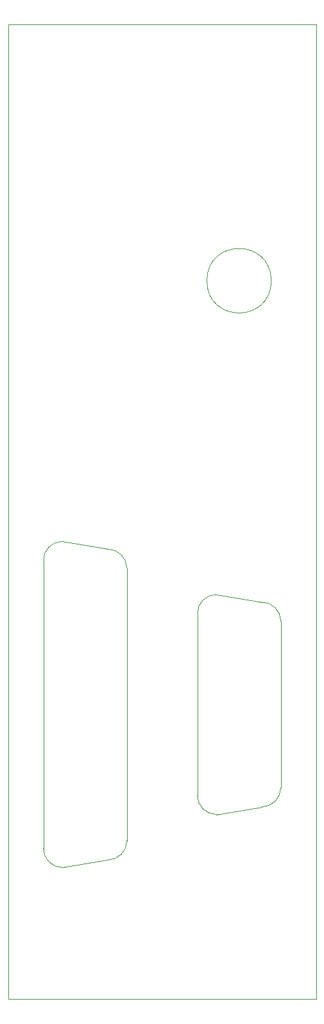
<source format=gm1>
G04 #@! TF.GenerationSoftware,KiCad,Pcbnew,(6.0.9-0)*
G04 #@! TF.CreationDate,2023-02-07T08:35:15+01:00*
G04 #@! TF.ProjectId,fp_da20_controls,66705f64-6132-4305-9f63-6f6e74726f6c,A*
G04 #@! TF.SameCoordinates,Original*
G04 #@! TF.FileFunction,Profile,NP*
%FSLAX46Y46*%
G04 Gerber Fmt 4.6, Leading zero omitted, Abs format (unit mm)*
G04 Created by KiCad (PCBNEW (6.0.9-0)) date 2023-02-07 08:35:15*
%MOMM*%
%LPD*%
G01*
G04 APERTURE LIST*
G04 #@! TA.AperFunction,Profile*
%ADD10C,0.100000*%
G04 #@! TD*
G04 #@! TA.AperFunction,Profile*
%ADD11C,0.120000*%
G04 #@! TD*
G04 APERTURE END LIST*
D10*
X90610000Y-71120000D02*
G75*
G03*
X90610000Y-71120000I-4250000J0D01*
G01*
X55880000Y-37325000D02*
X96520000Y-37325000D01*
X96520000Y-37325000D02*
X96520000Y-165875000D01*
X96520000Y-165875000D02*
X55880000Y-165875000D01*
X55880000Y-165875000D02*
X55880000Y-37325000D01*
D11*
X71540000Y-145000000D02*
X71540000Y-109000000D01*
X63040000Y-105500000D02*
X69040000Y-106500000D01*
X60540000Y-108000000D02*
X60540000Y-146000000D01*
X63040000Y-148500000D02*
X69040000Y-147500000D01*
X71540000Y-109000000D02*
G75*
G03*
X69040000Y-106500000I-2500000J0D01*
G01*
X63040000Y-105500000D02*
G75*
G03*
X60540000Y-108000000I0J-2500000D01*
G01*
X69040000Y-147500000D02*
G75*
G03*
X71540000Y-145000000I0J2500000D01*
G01*
X60540000Y-146000000D02*
G75*
G03*
X63040000Y-148500000I2500000J0D01*
G01*
X83360000Y-112500000D02*
X89360000Y-113500000D01*
X91860000Y-138000000D02*
X91860000Y-116000000D01*
X80860000Y-139000000D02*
X80860000Y-115000000D01*
X83360000Y-141500000D02*
X89360000Y-140500000D01*
X89360000Y-140500000D02*
G75*
G03*
X91860000Y-138000000I0J2500000D01*
G01*
X80860000Y-139000000D02*
G75*
G03*
X83360000Y-141500000I2500000J0D01*
G01*
X83360000Y-112500000D02*
G75*
G03*
X80860000Y-115000000I0J-2500000D01*
G01*
X91860000Y-116000000D02*
G75*
G03*
X89360000Y-113500000I-2500000J0D01*
G01*
M02*

</source>
